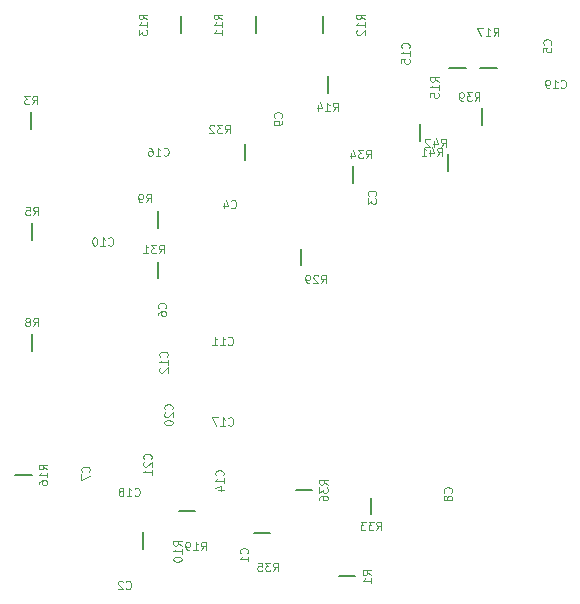
<source format=gbr>
%TF.GenerationSoftware,KiCad,Pcbnew,8.0.0*%
%TF.CreationDate,2024-06-23T16:28:17+02:00*%
%TF.ProjectId,TSAL,5453414c-2e6b-4696-9361-645f70636258,V2.0*%
%TF.SameCoordinates,Original*%
%TF.FileFunction,Legend,Bot*%
%TF.FilePolarity,Positive*%
%FSLAX46Y46*%
G04 Gerber Fmt 4.6, Leading zero omitted, Abs format (unit mm)*
G04 Created by KiCad (PCBNEW 8.0.0) date 2024-06-23 16:28:17*
%MOMM*%
%LPD*%
G01*
G04 APERTURE LIST*
%ADD10C,0.087500*%
%ADD11C,0.200000*%
G04 APERTURE END LIST*
D10*
X151568377Y-35785548D02*
X151601710Y-35818882D01*
X151601710Y-35818882D02*
X151701710Y-35852215D01*
X151701710Y-35852215D02*
X151768377Y-35852215D01*
X151768377Y-35852215D02*
X151868377Y-35818882D01*
X151868377Y-35818882D02*
X151935044Y-35752215D01*
X151935044Y-35752215D02*
X151968377Y-35685548D01*
X151968377Y-35685548D02*
X152001710Y-35552215D01*
X152001710Y-35552215D02*
X152001710Y-35452215D01*
X152001710Y-35452215D02*
X151968377Y-35318882D01*
X151968377Y-35318882D02*
X151935044Y-35252215D01*
X151935044Y-35252215D02*
X151868377Y-35185548D01*
X151868377Y-35185548D02*
X151768377Y-35152215D01*
X151768377Y-35152215D02*
X151701710Y-35152215D01*
X151701710Y-35152215D02*
X151601710Y-35185548D01*
X151601710Y-35185548D02*
X151568377Y-35218882D01*
X150901710Y-35852215D02*
X151301710Y-35852215D01*
X151101710Y-35852215D02*
X151101710Y-35152215D01*
X151101710Y-35152215D02*
X151168377Y-35252215D01*
X151168377Y-35252215D02*
X151235044Y-35318882D01*
X151235044Y-35318882D02*
X151301710Y-35352215D01*
X150568377Y-35852215D02*
X150435043Y-35852215D01*
X150435043Y-35852215D02*
X150368377Y-35818882D01*
X150368377Y-35818882D02*
X150335043Y-35785548D01*
X150335043Y-35785548D02*
X150268377Y-35685548D01*
X150268377Y-35685548D02*
X150235043Y-35552215D01*
X150235043Y-35552215D02*
X150235043Y-35285548D01*
X150235043Y-35285548D02*
X150268377Y-35218882D01*
X150268377Y-35218882D02*
X150301710Y-35185548D01*
X150301710Y-35185548D02*
X150368377Y-35152215D01*
X150368377Y-35152215D02*
X150501710Y-35152215D01*
X150501710Y-35152215D02*
X150568377Y-35185548D01*
X150568377Y-35185548D02*
X150601710Y-35218882D01*
X150601710Y-35218882D02*
X150635043Y-35285548D01*
X150635043Y-35285548D02*
X150635043Y-35452215D01*
X150635043Y-35452215D02*
X150601710Y-35518882D01*
X150601710Y-35518882D02*
X150568377Y-35552215D01*
X150568377Y-35552215D02*
X150501710Y-35585548D01*
X150501710Y-35585548D02*
X150368377Y-35585548D01*
X150368377Y-35585548D02*
X150301710Y-35552215D01*
X150301710Y-35552215D02*
X150268377Y-35518882D01*
X150268377Y-35518882D02*
X150235043Y-35452215D01*
X116839655Y-67252381D02*
X116872989Y-67219048D01*
X116872989Y-67219048D02*
X116906322Y-67119048D01*
X116906322Y-67119048D02*
X116906322Y-67052381D01*
X116906322Y-67052381D02*
X116872989Y-66952381D01*
X116872989Y-66952381D02*
X116806322Y-66885715D01*
X116806322Y-66885715D02*
X116739655Y-66852381D01*
X116739655Y-66852381D02*
X116606322Y-66819048D01*
X116606322Y-66819048D02*
X116506322Y-66819048D01*
X116506322Y-66819048D02*
X116372989Y-66852381D01*
X116372989Y-66852381D02*
X116306322Y-66885715D01*
X116306322Y-66885715D02*
X116239655Y-66952381D01*
X116239655Y-66952381D02*
X116206322Y-67052381D01*
X116206322Y-67052381D02*
X116206322Y-67119048D01*
X116206322Y-67119048D02*
X116239655Y-67219048D01*
X116239655Y-67219048D02*
X116272989Y-67252381D01*
X116272989Y-67519048D02*
X116239655Y-67552381D01*
X116239655Y-67552381D02*
X116206322Y-67619048D01*
X116206322Y-67619048D02*
X116206322Y-67785715D01*
X116206322Y-67785715D02*
X116239655Y-67852381D01*
X116239655Y-67852381D02*
X116272989Y-67885715D01*
X116272989Y-67885715D02*
X116339655Y-67919048D01*
X116339655Y-67919048D02*
X116406322Y-67919048D01*
X116406322Y-67919048D02*
X116506322Y-67885715D01*
X116506322Y-67885715D02*
X116906322Y-67485715D01*
X116906322Y-67485715D02*
X116906322Y-67919048D01*
X116906322Y-68585715D02*
X116906322Y-68185715D01*
X116906322Y-68385715D02*
X116206322Y-68385715D01*
X116206322Y-68385715D02*
X116306322Y-68319048D01*
X116306322Y-68319048D02*
X116372989Y-68252382D01*
X116372989Y-68252382D02*
X116406322Y-68185715D01*
X145865000Y-31434283D02*
X146098333Y-31100950D01*
X146265000Y-31434283D02*
X146265000Y-30734283D01*
X146265000Y-30734283D02*
X145998333Y-30734283D01*
X145998333Y-30734283D02*
X145931667Y-30767616D01*
X145931667Y-30767616D02*
X145898333Y-30800950D01*
X145898333Y-30800950D02*
X145865000Y-30867616D01*
X145865000Y-30867616D02*
X145865000Y-30967616D01*
X145865000Y-30967616D02*
X145898333Y-31034283D01*
X145898333Y-31034283D02*
X145931667Y-31067616D01*
X145931667Y-31067616D02*
X145998333Y-31100950D01*
X145998333Y-31100950D02*
X146265000Y-31100950D01*
X145198333Y-31434283D02*
X145598333Y-31434283D01*
X145398333Y-31434283D02*
X145398333Y-30734283D01*
X145398333Y-30734283D02*
X145465000Y-30834283D01*
X145465000Y-30834283D02*
X145531667Y-30900950D01*
X145531667Y-30900950D02*
X145598333Y-30934283D01*
X144965000Y-30734283D02*
X144498333Y-30734283D01*
X144498333Y-30734283D02*
X144798333Y-31434283D01*
X123397623Y-64363884D02*
X123430956Y-64397218D01*
X123430956Y-64397218D02*
X123530956Y-64430551D01*
X123530956Y-64430551D02*
X123597623Y-64430551D01*
X123597623Y-64430551D02*
X123697623Y-64397218D01*
X123697623Y-64397218D02*
X123764290Y-64330551D01*
X123764290Y-64330551D02*
X123797623Y-64263884D01*
X123797623Y-64263884D02*
X123830956Y-64130551D01*
X123830956Y-64130551D02*
X123830956Y-64030551D01*
X123830956Y-64030551D02*
X123797623Y-63897218D01*
X123797623Y-63897218D02*
X123764290Y-63830551D01*
X123764290Y-63830551D02*
X123697623Y-63763884D01*
X123697623Y-63763884D02*
X123597623Y-63730551D01*
X123597623Y-63730551D02*
X123530956Y-63730551D01*
X123530956Y-63730551D02*
X123430956Y-63763884D01*
X123430956Y-63763884D02*
X123397623Y-63797218D01*
X122730956Y-64430551D02*
X123130956Y-64430551D01*
X122930956Y-64430551D02*
X122930956Y-63730551D01*
X122930956Y-63730551D02*
X122997623Y-63830551D01*
X122997623Y-63830551D02*
X123064290Y-63897218D01*
X123064290Y-63897218D02*
X123130956Y-63930551D01*
X122497623Y-63730551D02*
X122030956Y-63730551D01*
X122030956Y-63730551D02*
X122330956Y-64430551D01*
X119445283Y-74606999D02*
X119111950Y-74373666D01*
X119445283Y-74206999D02*
X118745283Y-74206999D01*
X118745283Y-74206999D02*
X118745283Y-74473666D01*
X118745283Y-74473666D02*
X118778616Y-74540333D01*
X118778616Y-74540333D02*
X118811950Y-74573666D01*
X118811950Y-74573666D02*
X118878616Y-74606999D01*
X118878616Y-74606999D02*
X118978616Y-74606999D01*
X118978616Y-74606999D02*
X119045283Y-74573666D01*
X119045283Y-74573666D02*
X119078616Y-74540333D01*
X119078616Y-74540333D02*
X119111950Y-74473666D01*
X119111950Y-74473666D02*
X119111950Y-74206999D01*
X119445283Y-75273666D02*
X119445283Y-74873666D01*
X119445283Y-75073666D02*
X118745283Y-75073666D01*
X118745283Y-75073666D02*
X118845283Y-75006999D01*
X118845283Y-75006999D02*
X118911950Y-74940333D01*
X118911950Y-74940333D02*
X118945283Y-74873666D01*
X118745283Y-75707000D02*
X118745283Y-75773666D01*
X118745283Y-75773666D02*
X118778616Y-75840333D01*
X118778616Y-75840333D02*
X118811950Y-75873666D01*
X118811950Y-75873666D02*
X118878616Y-75907000D01*
X118878616Y-75907000D02*
X119011950Y-75940333D01*
X119011950Y-75940333D02*
X119178616Y-75940333D01*
X119178616Y-75940333D02*
X119311950Y-75907000D01*
X119311950Y-75907000D02*
X119378616Y-75873666D01*
X119378616Y-75873666D02*
X119411950Y-75840333D01*
X119411950Y-75840333D02*
X119445283Y-75773666D01*
X119445283Y-75773666D02*
X119445283Y-75707000D01*
X119445283Y-75707000D02*
X119411950Y-75640333D01*
X119411950Y-75640333D02*
X119378616Y-75607000D01*
X119378616Y-75607000D02*
X119311950Y-75573666D01*
X119311950Y-75573666D02*
X119178616Y-75540333D01*
X119178616Y-75540333D02*
X119011950Y-75540333D01*
X119011950Y-75540333D02*
X118878616Y-75573666D01*
X118878616Y-75573666D02*
X118811950Y-75607000D01*
X118811950Y-75607000D02*
X118778616Y-75640333D01*
X118778616Y-75640333D02*
X118745283Y-75707000D01*
X141115800Y-41594283D02*
X141349133Y-41260950D01*
X141515800Y-41594283D02*
X141515800Y-40894283D01*
X141515800Y-40894283D02*
X141249133Y-40894283D01*
X141249133Y-40894283D02*
X141182467Y-40927616D01*
X141182467Y-40927616D02*
X141149133Y-40960950D01*
X141149133Y-40960950D02*
X141115800Y-41027616D01*
X141115800Y-41027616D02*
X141115800Y-41127616D01*
X141115800Y-41127616D02*
X141149133Y-41194283D01*
X141149133Y-41194283D02*
X141182467Y-41227616D01*
X141182467Y-41227616D02*
X141249133Y-41260950D01*
X141249133Y-41260950D02*
X141515800Y-41260950D01*
X140515800Y-41127616D02*
X140515800Y-41594283D01*
X140682467Y-40860950D02*
X140849133Y-41360950D01*
X140849133Y-41360950D02*
X140415800Y-41360950D01*
X139782466Y-41594283D02*
X140182466Y-41594283D01*
X139982466Y-41594283D02*
X139982466Y-40894283D01*
X139982466Y-40894283D02*
X140049133Y-40994283D01*
X140049133Y-40994283D02*
X140115800Y-41060950D01*
X140115800Y-41060950D02*
X140182466Y-41094283D01*
X141394000Y-40832283D02*
X141627333Y-40498950D01*
X141794000Y-40832283D02*
X141794000Y-40132283D01*
X141794000Y-40132283D02*
X141527333Y-40132283D01*
X141527333Y-40132283D02*
X141460667Y-40165616D01*
X141460667Y-40165616D02*
X141427333Y-40198950D01*
X141427333Y-40198950D02*
X141394000Y-40265616D01*
X141394000Y-40265616D02*
X141394000Y-40365616D01*
X141394000Y-40365616D02*
X141427333Y-40432283D01*
X141427333Y-40432283D02*
X141460667Y-40465616D01*
X141460667Y-40465616D02*
X141527333Y-40498950D01*
X141527333Y-40498950D02*
X141794000Y-40498950D01*
X140794000Y-40365616D02*
X140794000Y-40832283D01*
X140960667Y-40098950D02*
X141127333Y-40598950D01*
X141127333Y-40598950D02*
X140694000Y-40598950D01*
X140460666Y-40198950D02*
X140427333Y-40165616D01*
X140427333Y-40165616D02*
X140360666Y-40132283D01*
X140360666Y-40132283D02*
X140194000Y-40132283D01*
X140194000Y-40132283D02*
X140127333Y-40165616D01*
X140127333Y-40165616D02*
X140094000Y-40198950D01*
X140094000Y-40198950D02*
X140060666Y-40265616D01*
X140060666Y-40265616D02*
X140060666Y-40332283D01*
X140060666Y-40332283D02*
X140094000Y-40432283D01*
X140094000Y-40432283D02*
X140494000Y-40832283D01*
X140494000Y-40832283D02*
X140060666Y-40832283D01*
X127196000Y-76747883D02*
X127429333Y-76414550D01*
X127596000Y-76747883D02*
X127596000Y-76047883D01*
X127596000Y-76047883D02*
X127329333Y-76047883D01*
X127329333Y-76047883D02*
X127262667Y-76081216D01*
X127262667Y-76081216D02*
X127229333Y-76114550D01*
X127229333Y-76114550D02*
X127196000Y-76181216D01*
X127196000Y-76181216D02*
X127196000Y-76281216D01*
X127196000Y-76281216D02*
X127229333Y-76347883D01*
X127229333Y-76347883D02*
X127262667Y-76381216D01*
X127262667Y-76381216D02*
X127329333Y-76414550D01*
X127329333Y-76414550D02*
X127596000Y-76414550D01*
X126962667Y-76047883D02*
X126529333Y-76047883D01*
X126529333Y-76047883D02*
X126762667Y-76314550D01*
X126762667Y-76314550D02*
X126662667Y-76314550D01*
X126662667Y-76314550D02*
X126596000Y-76347883D01*
X126596000Y-76347883D02*
X126562667Y-76381216D01*
X126562667Y-76381216D02*
X126529333Y-76447883D01*
X126529333Y-76447883D02*
X126529333Y-76614550D01*
X126529333Y-76614550D02*
X126562667Y-76681216D01*
X126562667Y-76681216D02*
X126596000Y-76714550D01*
X126596000Y-76714550D02*
X126662667Y-76747883D01*
X126662667Y-76747883D02*
X126862667Y-76747883D01*
X126862667Y-76747883D02*
X126929333Y-76714550D01*
X126929333Y-76714550D02*
X126962667Y-76681216D01*
X125896000Y-76047883D02*
X126229333Y-76047883D01*
X126229333Y-76047883D02*
X126262666Y-76381216D01*
X126262666Y-76381216D02*
X126229333Y-76347883D01*
X126229333Y-76347883D02*
X126162666Y-76314550D01*
X126162666Y-76314550D02*
X125996000Y-76314550D01*
X125996000Y-76314550D02*
X125929333Y-76347883D01*
X125929333Y-76347883D02*
X125896000Y-76381216D01*
X125896000Y-76381216D02*
X125862666Y-76447883D01*
X125862666Y-76447883D02*
X125862666Y-76614550D01*
X125862666Y-76614550D02*
X125896000Y-76681216D01*
X125896000Y-76681216D02*
X125929333Y-76714550D01*
X125929333Y-76714550D02*
X125996000Y-76747883D01*
X125996000Y-76747883D02*
X126162666Y-76747883D01*
X126162666Y-76747883D02*
X126229333Y-76714550D01*
X126229333Y-76714550D02*
X126262666Y-76681216D01*
X125015852Y-75253995D02*
X125049186Y-75220662D01*
X125049186Y-75220662D02*
X125082519Y-75120662D01*
X125082519Y-75120662D02*
X125082519Y-75053995D01*
X125082519Y-75053995D02*
X125049186Y-74953995D01*
X125049186Y-74953995D02*
X124982519Y-74887329D01*
X124982519Y-74887329D02*
X124915852Y-74853995D01*
X124915852Y-74853995D02*
X124782519Y-74820662D01*
X124782519Y-74820662D02*
X124682519Y-74820662D01*
X124682519Y-74820662D02*
X124549186Y-74853995D01*
X124549186Y-74853995D02*
X124482519Y-74887329D01*
X124482519Y-74887329D02*
X124415852Y-74953995D01*
X124415852Y-74953995D02*
X124382519Y-75053995D01*
X124382519Y-75053995D02*
X124382519Y-75120662D01*
X124382519Y-75120662D02*
X124415852Y-75220662D01*
X124415852Y-75220662D02*
X124449186Y-75253995D01*
X125082519Y-75920662D02*
X125082519Y-75520662D01*
X125082519Y-75720662D02*
X124382519Y-75720662D01*
X124382519Y-75720662D02*
X124482519Y-75653995D01*
X124482519Y-75653995D02*
X124549186Y-75587329D01*
X124549186Y-75587329D02*
X124582519Y-75520662D01*
X123382528Y-57531958D02*
X123415861Y-57565292D01*
X123415861Y-57565292D02*
X123515861Y-57598625D01*
X123515861Y-57598625D02*
X123582528Y-57598625D01*
X123582528Y-57598625D02*
X123682528Y-57565292D01*
X123682528Y-57565292D02*
X123749195Y-57498625D01*
X123749195Y-57498625D02*
X123782528Y-57431958D01*
X123782528Y-57431958D02*
X123815861Y-57298625D01*
X123815861Y-57298625D02*
X123815861Y-57198625D01*
X123815861Y-57198625D02*
X123782528Y-57065292D01*
X123782528Y-57065292D02*
X123749195Y-56998625D01*
X123749195Y-56998625D02*
X123682528Y-56931958D01*
X123682528Y-56931958D02*
X123582528Y-56898625D01*
X123582528Y-56898625D02*
X123515861Y-56898625D01*
X123515861Y-56898625D02*
X123415861Y-56931958D01*
X123415861Y-56931958D02*
X123382528Y-56965292D01*
X122715861Y-57598625D02*
X123115861Y-57598625D01*
X122915861Y-57598625D02*
X122915861Y-56898625D01*
X122915861Y-56898625D02*
X122982528Y-56998625D01*
X122982528Y-56998625D02*
X123049195Y-57065292D01*
X123049195Y-57065292D02*
X123115861Y-57098625D01*
X122049194Y-57598625D02*
X122449194Y-57598625D01*
X122249194Y-57598625D02*
X122249194Y-56898625D01*
X122249194Y-56898625D02*
X122315861Y-56998625D01*
X122315861Y-56998625D02*
X122382528Y-57065292D01*
X122382528Y-57065292D02*
X122449194Y-57098625D01*
X106883567Y-46607312D02*
X107116900Y-46273979D01*
X107283567Y-46607312D02*
X107283567Y-45907312D01*
X107283567Y-45907312D02*
X107016900Y-45907312D01*
X107016900Y-45907312D02*
X106950234Y-45940645D01*
X106950234Y-45940645D02*
X106916900Y-45973979D01*
X106916900Y-45973979D02*
X106883567Y-46040645D01*
X106883567Y-46040645D02*
X106883567Y-46140645D01*
X106883567Y-46140645D02*
X106916900Y-46207312D01*
X106916900Y-46207312D02*
X106950234Y-46240645D01*
X106950234Y-46240645D02*
X107016900Y-46273979D01*
X107016900Y-46273979D02*
X107283567Y-46273979D01*
X106250234Y-45907312D02*
X106583567Y-45907312D01*
X106583567Y-45907312D02*
X106616900Y-46240645D01*
X106616900Y-46240645D02*
X106583567Y-46207312D01*
X106583567Y-46207312D02*
X106516900Y-46173979D01*
X106516900Y-46173979D02*
X106350234Y-46173979D01*
X106350234Y-46173979D02*
X106283567Y-46207312D01*
X106283567Y-46207312D02*
X106250234Y-46240645D01*
X106250234Y-46240645D02*
X106216900Y-46307312D01*
X106216900Y-46307312D02*
X106216900Y-46473979D01*
X106216900Y-46473979D02*
X106250234Y-46540645D01*
X106250234Y-46540645D02*
X106283567Y-46573979D01*
X106283567Y-46573979D02*
X106350234Y-46607312D01*
X106350234Y-46607312D02*
X106516900Y-46607312D01*
X106516900Y-46607312D02*
X106583567Y-46573979D01*
X106583567Y-46573979D02*
X106616900Y-46540645D01*
X111607884Y-68329360D02*
X111641218Y-68296027D01*
X111641218Y-68296027D02*
X111674551Y-68196027D01*
X111674551Y-68196027D02*
X111674551Y-68129360D01*
X111674551Y-68129360D02*
X111641218Y-68029360D01*
X111641218Y-68029360D02*
X111574551Y-67962694D01*
X111574551Y-67962694D02*
X111507884Y-67929360D01*
X111507884Y-67929360D02*
X111374551Y-67896027D01*
X111374551Y-67896027D02*
X111274551Y-67896027D01*
X111274551Y-67896027D02*
X111141218Y-67929360D01*
X111141218Y-67929360D02*
X111074551Y-67962694D01*
X111074551Y-67962694D02*
X111007884Y-68029360D01*
X111007884Y-68029360D02*
X110974551Y-68129360D01*
X110974551Y-68129360D02*
X110974551Y-68196027D01*
X110974551Y-68196027D02*
X111007884Y-68296027D01*
X111007884Y-68296027D02*
X111041218Y-68329360D01*
X110974551Y-68562694D02*
X110974551Y-69029360D01*
X110974551Y-69029360D02*
X111674551Y-68729360D01*
X135070000Y-41797312D02*
X135303333Y-41463979D01*
X135470000Y-41797312D02*
X135470000Y-41097312D01*
X135470000Y-41097312D02*
X135203333Y-41097312D01*
X135203333Y-41097312D02*
X135136667Y-41130645D01*
X135136667Y-41130645D02*
X135103333Y-41163979D01*
X135103333Y-41163979D02*
X135070000Y-41230645D01*
X135070000Y-41230645D02*
X135070000Y-41330645D01*
X135070000Y-41330645D02*
X135103333Y-41397312D01*
X135103333Y-41397312D02*
X135136667Y-41430645D01*
X135136667Y-41430645D02*
X135203333Y-41463979D01*
X135203333Y-41463979D02*
X135470000Y-41463979D01*
X134836667Y-41097312D02*
X134403333Y-41097312D01*
X134403333Y-41097312D02*
X134636667Y-41363979D01*
X134636667Y-41363979D02*
X134536667Y-41363979D01*
X134536667Y-41363979D02*
X134470000Y-41397312D01*
X134470000Y-41397312D02*
X134436667Y-41430645D01*
X134436667Y-41430645D02*
X134403333Y-41497312D01*
X134403333Y-41497312D02*
X134403333Y-41663979D01*
X134403333Y-41663979D02*
X134436667Y-41730645D01*
X134436667Y-41730645D02*
X134470000Y-41763979D01*
X134470000Y-41763979D02*
X134536667Y-41797312D01*
X134536667Y-41797312D02*
X134736667Y-41797312D01*
X134736667Y-41797312D02*
X134803333Y-41763979D01*
X134803333Y-41763979D02*
X134836667Y-41730645D01*
X133803333Y-41330645D02*
X133803333Y-41797312D01*
X133970000Y-41063979D02*
X134136666Y-41563979D01*
X134136666Y-41563979D02*
X133703333Y-41563979D01*
X122934616Y-68637999D02*
X122967950Y-68604666D01*
X122967950Y-68604666D02*
X123001283Y-68504666D01*
X123001283Y-68504666D02*
X123001283Y-68437999D01*
X123001283Y-68437999D02*
X122967950Y-68337999D01*
X122967950Y-68337999D02*
X122901283Y-68271333D01*
X122901283Y-68271333D02*
X122834616Y-68237999D01*
X122834616Y-68237999D02*
X122701283Y-68204666D01*
X122701283Y-68204666D02*
X122601283Y-68204666D01*
X122601283Y-68204666D02*
X122467950Y-68237999D01*
X122467950Y-68237999D02*
X122401283Y-68271333D01*
X122401283Y-68271333D02*
X122334616Y-68337999D01*
X122334616Y-68337999D02*
X122301283Y-68437999D01*
X122301283Y-68437999D02*
X122301283Y-68504666D01*
X122301283Y-68504666D02*
X122334616Y-68604666D01*
X122334616Y-68604666D02*
X122367950Y-68637999D01*
X123001283Y-69304666D02*
X123001283Y-68904666D01*
X123001283Y-69104666D02*
X122301283Y-69104666D01*
X122301283Y-69104666D02*
X122401283Y-69037999D01*
X122401283Y-69037999D02*
X122467950Y-68971333D01*
X122467950Y-68971333D02*
X122501283Y-68904666D01*
X122534616Y-69904666D02*
X123001283Y-69904666D01*
X122267950Y-69738000D02*
X122767950Y-69571333D01*
X122767950Y-69571333D02*
X122767950Y-70004666D01*
X150698484Y-32165732D02*
X150731818Y-32132399D01*
X150731818Y-32132399D02*
X150765151Y-32032399D01*
X150765151Y-32032399D02*
X150765151Y-31965732D01*
X150765151Y-31965732D02*
X150731818Y-31865732D01*
X150731818Y-31865732D02*
X150665151Y-31799066D01*
X150665151Y-31799066D02*
X150598484Y-31765732D01*
X150598484Y-31765732D02*
X150465151Y-31732399D01*
X150465151Y-31732399D02*
X150365151Y-31732399D01*
X150365151Y-31732399D02*
X150231818Y-31765732D01*
X150231818Y-31765732D02*
X150165151Y-31799066D01*
X150165151Y-31799066D02*
X150098484Y-31865732D01*
X150098484Y-31865732D02*
X150065151Y-31965732D01*
X150065151Y-31965732D02*
X150065151Y-32032399D01*
X150065151Y-32032399D02*
X150098484Y-32132399D01*
X150098484Y-32132399D02*
X150131818Y-32165732D01*
X150065151Y-32799066D02*
X150065151Y-32465732D01*
X150065151Y-32465732D02*
X150398484Y-32432399D01*
X150398484Y-32432399D02*
X150365151Y-32465732D01*
X150365151Y-32465732D02*
X150331818Y-32532399D01*
X150331818Y-32532399D02*
X150331818Y-32699066D01*
X150331818Y-32699066D02*
X150365151Y-32765732D01*
X150365151Y-32765732D02*
X150398484Y-32799066D01*
X150398484Y-32799066D02*
X150465151Y-32832399D01*
X150465151Y-32832399D02*
X150631818Y-32832399D01*
X150631818Y-32832399D02*
X150698484Y-32799066D01*
X150698484Y-32799066D02*
X150731818Y-32765732D01*
X150731818Y-32765732D02*
X150765151Y-32699066D01*
X150765151Y-32699066D02*
X150765151Y-32532399D01*
X150765151Y-32532399D02*
X150731818Y-32465732D01*
X150731818Y-32465732D02*
X150698484Y-32432399D01*
X123132000Y-39689283D02*
X123365333Y-39355950D01*
X123532000Y-39689283D02*
X123532000Y-38989283D01*
X123532000Y-38989283D02*
X123265333Y-38989283D01*
X123265333Y-38989283D02*
X123198667Y-39022616D01*
X123198667Y-39022616D02*
X123165333Y-39055950D01*
X123165333Y-39055950D02*
X123132000Y-39122616D01*
X123132000Y-39122616D02*
X123132000Y-39222616D01*
X123132000Y-39222616D02*
X123165333Y-39289283D01*
X123165333Y-39289283D02*
X123198667Y-39322616D01*
X123198667Y-39322616D02*
X123265333Y-39355950D01*
X123265333Y-39355950D02*
X123532000Y-39355950D01*
X122898667Y-38989283D02*
X122465333Y-38989283D01*
X122465333Y-38989283D02*
X122698667Y-39255950D01*
X122698667Y-39255950D02*
X122598667Y-39255950D01*
X122598667Y-39255950D02*
X122532000Y-39289283D01*
X122532000Y-39289283D02*
X122498667Y-39322616D01*
X122498667Y-39322616D02*
X122465333Y-39389283D01*
X122465333Y-39389283D02*
X122465333Y-39555950D01*
X122465333Y-39555950D02*
X122498667Y-39622616D01*
X122498667Y-39622616D02*
X122532000Y-39655950D01*
X122532000Y-39655950D02*
X122598667Y-39689283D01*
X122598667Y-39689283D02*
X122798667Y-39689283D01*
X122798667Y-39689283D02*
X122865333Y-39655950D01*
X122865333Y-39655950D02*
X122898667Y-39622616D01*
X122198666Y-39055950D02*
X122165333Y-39022616D01*
X122165333Y-39022616D02*
X122098666Y-38989283D01*
X122098666Y-38989283D02*
X121932000Y-38989283D01*
X121932000Y-38989283D02*
X121865333Y-39022616D01*
X121865333Y-39022616D02*
X121832000Y-39055950D01*
X121832000Y-39055950D02*
X121798666Y-39122616D01*
X121798666Y-39122616D02*
X121798666Y-39189283D01*
X121798666Y-39189283D02*
X121832000Y-39289283D01*
X121832000Y-39289283D02*
X122232000Y-39689283D01*
X122232000Y-39689283D02*
X121798666Y-39689283D01*
X135947099Y-73268254D02*
X136180432Y-72934921D01*
X136347099Y-73268254D02*
X136347099Y-72568254D01*
X136347099Y-72568254D02*
X136080432Y-72568254D01*
X136080432Y-72568254D02*
X136013766Y-72601587D01*
X136013766Y-72601587D02*
X135980432Y-72634921D01*
X135980432Y-72634921D02*
X135947099Y-72701587D01*
X135947099Y-72701587D02*
X135947099Y-72801587D01*
X135947099Y-72801587D02*
X135980432Y-72868254D01*
X135980432Y-72868254D02*
X136013766Y-72901587D01*
X136013766Y-72901587D02*
X136080432Y-72934921D01*
X136080432Y-72934921D02*
X136347099Y-72934921D01*
X135713766Y-72568254D02*
X135280432Y-72568254D01*
X135280432Y-72568254D02*
X135513766Y-72834921D01*
X135513766Y-72834921D02*
X135413766Y-72834921D01*
X135413766Y-72834921D02*
X135347099Y-72868254D01*
X135347099Y-72868254D02*
X135313766Y-72901587D01*
X135313766Y-72901587D02*
X135280432Y-72968254D01*
X135280432Y-72968254D02*
X135280432Y-73134921D01*
X135280432Y-73134921D02*
X135313766Y-73201587D01*
X135313766Y-73201587D02*
X135347099Y-73234921D01*
X135347099Y-73234921D02*
X135413766Y-73268254D01*
X135413766Y-73268254D02*
X135613766Y-73268254D01*
X135613766Y-73268254D02*
X135680432Y-73234921D01*
X135680432Y-73234921D02*
X135713766Y-73201587D01*
X135047099Y-72568254D02*
X134613765Y-72568254D01*
X134613765Y-72568254D02*
X134847099Y-72834921D01*
X134847099Y-72834921D02*
X134747099Y-72834921D01*
X134747099Y-72834921D02*
X134680432Y-72868254D01*
X134680432Y-72868254D02*
X134647099Y-72901587D01*
X134647099Y-72901587D02*
X134613765Y-72968254D01*
X134613765Y-72968254D02*
X134613765Y-73134921D01*
X134613765Y-73134921D02*
X134647099Y-73201587D01*
X134647099Y-73201587D02*
X134680432Y-73234921D01*
X134680432Y-73234921D02*
X134747099Y-73268254D01*
X134747099Y-73268254D02*
X134947099Y-73268254D01*
X134947099Y-73268254D02*
X135013765Y-73234921D01*
X135013765Y-73234921D02*
X135047099Y-73201587D01*
X115463305Y-70331500D02*
X115496638Y-70364834D01*
X115496638Y-70364834D02*
X115596638Y-70398167D01*
X115596638Y-70398167D02*
X115663305Y-70398167D01*
X115663305Y-70398167D02*
X115763305Y-70364834D01*
X115763305Y-70364834D02*
X115829972Y-70298167D01*
X115829972Y-70298167D02*
X115863305Y-70231500D01*
X115863305Y-70231500D02*
X115896638Y-70098167D01*
X115896638Y-70098167D02*
X115896638Y-69998167D01*
X115896638Y-69998167D02*
X115863305Y-69864834D01*
X115863305Y-69864834D02*
X115829972Y-69798167D01*
X115829972Y-69798167D02*
X115763305Y-69731500D01*
X115763305Y-69731500D02*
X115663305Y-69698167D01*
X115663305Y-69698167D02*
X115596638Y-69698167D01*
X115596638Y-69698167D02*
X115496638Y-69731500D01*
X115496638Y-69731500D02*
X115463305Y-69764834D01*
X114796638Y-70398167D02*
X115196638Y-70398167D01*
X114996638Y-70398167D02*
X114996638Y-69698167D01*
X114996638Y-69698167D02*
X115063305Y-69798167D01*
X115063305Y-69798167D02*
X115129972Y-69864834D01*
X115129972Y-69864834D02*
X115196638Y-69898167D01*
X114396638Y-69998167D02*
X114463305Y-69964834D01*
X114463305Y-69964834D02*
X114496638Y-69931500D01*
X114496638Y-69931500D02*
X114529971Y-69864834D01*
X114529971Y-69864834D02*
X114529971Y-69831500D01*
X114529971Y-69831500D02*
X114496638Y-69764834D01*
X114496638Y-69764834D02*
X114463305Y-69731500D01*
X114463305Y-69731500D02*
X114396638Y-69698167D01*
X114396638Y-69698167D02*
X114263305Y-69698167D01*
X114263305Y-69698167D02*
X114196638Y-69731500D01*
X114196638Y-69731500D02*
X114163305Y-69764834D01*
X114163305Y-69764834D02*
X114129971Y-69831500D01*
X114129971Y-69831500D02*
X114129971Y-69864834D01*
X114129971Y-69864834D02*
X114163305Y-69931500D01*
X114163305Y-69931500D02*
X114196638Y-69964834D01*
X114196638Y-69964834D02*
X114263305Y-69998167D01*
X114263305Y-69998167D02*
X114396638Y-69998167D01*
X114396638Y-69998167D02*
X114463305Y-70031500D01*
X114463305Y-70031500D02*
X114496638Y-70064834D01*
X114496638Y-70064834D02*
X114529971Y-70131500D01*
X114529971Y-70131500D02*
X114529971Y-70264834D01*
X114529971Y-70264834D02*
X114496638Y-70331500D01*
X114496638Y-70331500D02*
X114463305Y-70364834D01*
X114463305Y-70364834D02*
X114396638Y-70398167D01*
X114396638Y-70398167D02*
X114263305Y-70398167D01*
X114263305Y-70398167D02*
X114196638Y-70364834D01*
X114196638Y-70364834D02*
X114163305Y-70331500D01*
X114163305Y-70331500D02*
X114129971Y-70264834D01*
X114129971Y-70264834D02*
X114129971Y-70131500D01*
X114129971Y-70131500D02*
X114163305Y-70064834D01*
X114163305Y-70064834D02*
X114196638Y-70031500D01*
X114196638Y-70031500D02*
X114263305Y-69998167D01*
X122874283Y-30029999D02*
X122540950Y-29796666D01*
X122874283Y-29629999D02*
X122174283Y-29629999D01*
X122174283Y-29629999D02*
X122174283Y-29896666D01*
X122174283Y-29896666D02*
X122207616Y-29963333D01*
X122207616Y-29963333D02*
X122240950Y-29996666D01*
X122240950Y-29996666D02*
X122307616Y-30029999D01*
X122307616Y-30029999D02*
X122407616Y-30029999D01*
X122407616Y-30029999D02*
X122474283Y-29996666D01*
X122474283Y-29996666D02*
X122507616Y-29963333D01*
X122507616Y-29963333D02*
X122540950Y-29896666D01*
X122540950Y-29896666D02*
X122540950Y-29629999D01*
X122874283Y-30696666D02*
X122874283Y-30296666D01*
X122874283Y-30496666D02*
X122174283Y-30496666D01*
X122174283Y-30496666D02*
X122274283Y-30429999D01*
X122274283Y-30429999D02*
X122340950Y-30363333D01*
X122340950Y-30363333D02*
X122374283Y-30296666D01*
X122874283Y-31363333D02*
X122874283Y-30963333D01*
X122874283Y-31163333D02*
X122174283Y-31163333D01*
X122174283Y-31163333D02*
X122274283Y-31096666D01*
X122274283Y-31096666D02*
X122340950Y-31030000D01*
X122340950Y-31030000D02*
X122374283Y-30963333D01*
X132264099Y-37784283D02*
X132497432Y-37450950D01*
X132664099Y-37784283D02*
X132664099Y-37084283D01*
X132664099Y-37084283D02*
X132397432Y-37084283D01*
X132397432Y-37084283D02*
X132330766Y-37117616D01*
X132330766Y-37117616D02*
X132297432Y-37150950D01*
X132297432Y-37150950D02*
X132264099Y-37217616D01*
X132264099Y-37217616D02*
X132264099Y-37317616D01*
X132264099Y-37317616D02*
X132297432Y-37384283D01*
X132297432Y-37384283D02*
X132330766Y-37417616D01*
X132330766Y-37417616D02*
X132397432Y-37450950D01*
X132397432Y-37450950D02*
X132664099Y-37450950D01*
X131597432Y-37784283D02*
X131997432Y-37784283D01*
X131797432Y-37784283D02*
X131797432Y-37084283D01*
X131797432Y-37084283D02*
X131864099Y-37184283D01*
X131864099Y-37184283D02*
X131930766Y-37250950D01*
X131930766Y-37250950D02*
X131997432Y-37284283D01*
X130997432Y-37317616D02*
X130997432Y-37784283D01*
X131164099Y-37050950D02*
X131330765Y-37550950D01*
X131330765Y-37550950D02*
X130897432Y-37550950D01*
X135855163Y-44968333D02*
X135888497Y-44935000D01*
X135888497Y-44935000D02*
X135921830Y-44835000D01*
X135921830Y-44835000D02*
X135921830Y-44768333D01*
X135921830Y-44768333D02*
X135888497Y-44668333D01*
X135888497Y-44668333D02*
X135821830Y-44601667D01*
X135821830Y-44601667D02*
X135755163Y-44568333D01*
X135755163Y-44568333D02*
X135621830Y-44535000D01*
X135621830Y-44535000D02*
X135521830Y-44535000D01*
X135521830Y-44535000D02*
X135388497Y-44568333D01*
X135388497Y-44568333D02*
X135321830Y-44601667D01*
X135321830Y-44601667D02*
X135255163Y-44668333D01*
X135255163Y-44668333D02*
X135221830Y-44768333D01*
X135221830Y-44768333D02*
X135221830Y-44835000D01*
X135221830Y-44835000D02*
X135255163Y-44935000D01*
X135255163Y-44935000D02*
X135288497Y-44968333D01*
X135221830Y-45201667D02*
X135221830Y-45635000D01*
X135221830Y-45635000D02*
X135488497Y-45401667D01*
X135488497Y-45401667D02*
X135488497Y-45501667D01*
X135488497Y-45501667D02*
X135521830Y-45568333D01*
X135521830Y-45568333D02*
X135555163Y-45601667D01*
X135555163Y-45601667D02*
X135621830Y-45635000D01*
X135621830Y-45635000D02*
X135788497Y-45635000D01*
X135788497Y-45635000D02*
X135855163Y-45601667D01*
X135855163Y-45601667D02*
X135888497Y-45568333D01*
X135888497Y-45568333D02*
X135921830Y-45501667D01*
X135921830Y-45501667D02*
X135921830Y-45301667D01*
X135921830Y-45301667D02*
X135888497Y-45235000D01*
X135888497Y-45235000D02*
X135855163Y-45201667D01*
X108066254Y-68141900D02*
X107732921Y-67908567D01*
X108066254Y-67741900D02*
X107366254Y-67741900D01*
X107366254Y-67741900D02*
X107366254Y-68008567D01*
X107366254Y-68008567D02*
X107399587Y-68075234D01*
X107399587Y-68075234D02*
X107432921Y-68108567D01*
X107432921Y-68108567D02*
X107499587Y-68141900D01*
X107499587Y-68141900D02*
X107599587Y-68141900D01*
X107599587Y-68141900D02*
X107666254Y-68108567D01*
X107666254Y-68108567D02*
X107699587Y-68075234D01*
X107699587Y-68075234D02*
X107732921Y-68008567D01*
X107732921Y-68008567D02*
X107732921Y-67741900D01*
X108066254Y-68808567D02*
X108066254Y-68408567D01*
X108066254Y-68608567D02*
X107366254Y-68608567D01*
X107366254Y-68608567D02*
X107466254Y-68541900D01*
X107466254Y-68541900D02*
X107532921Y-68475234D01*
X107532921Y-68475234D02*
X107566254Y-68408567D01*
X107366254Y-69408567D02*
X107366254Y-69275234D01*
X107366254Y-69275234D02*
X107399587Y-69208567D01*
X107399587Y-69208567D02*
X107432921Y-69175234D01*
X107432921Y-69175234D02*
X107532921Y-69108567D01*
X107532921Y-69108567D02*
X107666254Y-69075234D01*
X107666254Y-69075234D02*
X107932921Y-69075234D01*
X107932921Y-69075234D02*
X107999587Y-69108567D01*
X107999587Y-69108567D02*
X108032921Y-69141901D01*
X108032921Y-69141901D02*
X108066254Y-69208567D01*
X108066254Y-69208567D02*
X108066254Y-69341901D01*
X108066254Y-69341901D02*
X108032921Y-69408567D01*
X108032921Y-69408567D02*
X107999587Y-69441901D01*
X107999587Y-69441901D02*
X107932921Y-69475234D01*
X107932921Y-69475234D02*
X107766254Y-69475234D01*
X107766254Y-69475234D02*
X107699587Y-69441901D01*
X107699587Y-69441901D02*
X107666254Y-69408567D01*
X107666254Y-69408567D02*
X107632921Y-69341901D01*
X107632921Y-69341901D02*
X107632921Y-69208567D01*
X107632921Y-69208567D02*
X107666254Y-69141901D01*
X107666254Y-69141901D02*
X107699587Y-69108567D01*
X107699587Y-69108567D02*
X107766254Y-69075234D01*
X118616616Y-63049999D02*
X118649950Y-63016666D01*
X118649950Y-63016666D02*
X118683283Y-62916666D01*
X118683283Y-62916666D02*
X118683283Y-62849999D01*
X118683283Y-62849999D02*
X118649950Y-62749999D01*
X118649950Y-62749999D02*
X118583283Y-62683333D01*
X118583283Y-62683333D02*
X118516616Y-62649999D01*
X118516616Y-62649999D02*
X118383283Y-62616666D01*
X118383283Y-62616666D02*
X118283283Y-62616666D01*
X118283283Y-62616666D02*
X118149950Y-62649999D01*
X118149950Y-62649999D02*
X118083283Y-62683333D01*
X118083283Y-62683333D02*
X118016616Y-62749999D01*
X118016616Y-62749999D02*
X117983283Y-62849999D01*
X117983283Y-62849999D02*
X117983283Y-62916666D01*
X117983283Y-62916666D02*
X118016616Y-63016666D01*
X118016616Y-63016666D02*
X118049950Y-63049999D01*
X118049950Y-63316666D02*
X118016616Y-63349999D01*
X118016616Y-63349999D02*
X117983283Y-63416666D01*
X117983283Y-63416666D02*
X117983283Y-63583333D01*
X117983283Y-63583333D02*
X118016616Y-63649999D01*
X118016616Y-63649999D02*
X118049950Y-63683333D01*
X118049950Y-63683333D02*
X118116616Y-63716666D01*
X118116616Y-63716666D02*
X118183283Y-63716666D01*
X118183283Y-63716666D02*
X118283283Y-63683333D01*
X118283283Y-63683333D02*
X118683283Y-63283333D01*
X118683283Y-63283333D02*
X118683283Y-63716666D01*
X117983283Y-64150000D02*
X117983283Y-64216666D01*
X117983283Y-64216666D02*
X118016616Y-64283333D01*
X118016616Y-64283333D02*
X118049950Y-64316666D01*
X118049950Y-64316666D02*
X118116616Y-64350000D01*
X118116616Y-64350000D02*
X118249950Y-64383333D01*
X118249950Y-64383333D02*
X118416616Y-64383333D01*
X118416616Y-64383333D02*
X118549950Y-64350000D01*
X118549950Y-64350000D02*
X118616616Y-64316666D01*
X118616616Y-64316666D02*
X118649950Y-64283333D01*
X118649950Y-64283333D02*
X118683283Y-64216666D01*
X118683283Y-64216666D02*
X118683283Y-64150000D01*
X118683283Y-64150000D02*
X118649950Y-64083333D01*
X118649950Y-64083333D02*
X118616616Y-64050000D01*
X118616616Y-64050000D02*
X118549950Y-64016666D01*
X118549950Y-64016666D02*
X118416616Y-63983333D01*
X118416616Y-63983333D02*
X118249950Y-63983333D01*
X118249950Y-63983333D02*
X118116616Y-64016666D01*
X118116616Y-64016666D02*
X118049950Y-64050000D01*
X118049950Y-64050000D02*
X118016616Y-64083333D01*
X118016616Y-64083333D02*
X117983283Y-64150000D01*
X114740289Y-78206884D02*
X114773622Y-78240218D01*
X114773622Y-78240218D02*
X114873622Y-78273551D01*
X114873622Y-78273551D02*
X114940289Y-78273551D01*
X114940289Y-78273551D02*
X115040289Y-78240218D01*
X115040289Y-78240218D02*
X115106956Y-78173551D01*
X115106956Y-78173551D02*
X115140289Y-78106884D01*
X115140289Y-78106884D02*
X115173622Y-77973551D01*
X115173622Y-77973551D02*
X115173622Y-77873551D01*
X115173622Y-77873551D02*
X115140289Y-77740218D01*
X115140289Y-77740218D02*
X115106956Y-77673551D01*
X115106956Y-77673551D02*
X115040289Y-77606884D01*
X115040289Y-77606884D02*
X114940289Y-77573551D01*
X114940289Y-77573551D02*
X114873622Y-77573551D01*
X114873622Y-77573551D02*
X114773622Y-77606884D01*
X114773622Y-77606884D02*
X114740289Y-77640218D01*
X114473622Y-77640218D02*
X114440289Y-77606884D01*
X114440289Y-77606884D02*
X114373622Y-77573551D01*
X114373622Y-77573551D02*
X114206956Y-77573551D01*
X114206956Y-77573551D02*
X114140289Y-77606884D01*
X114140289Y-77606884D02*
X114106956Y-77640218D01*
X114106956Y-77640218D02*
X114073622Y-77706884D01*
X114073622Y-77706884D02*
X114073622Y-77773551D01*
X114073622Y-77773551D02*
X114106956Y-77873551D01*
X114106956Y-77873551D02*
X114506956Y-78273551D01*
X114506956Y-78273551D02*
X114073622Y-78273551D01*
X117925000Y-41527616D02*
X117958333Y-41560950D01*
X117958333Y-41560950D02*
X118058333Y-41594283D01*
X118058333Y-41594283D02*
X118125000Y-41594283D01*
X118125000Y-41594283D02*
X118225000Y-41560950D01*
X118225000Y-41560950D02*
X118291667Y-41494283D01*
X118291667Y-41494283D02*
X118325000Y-41427616D01*
X118325000Y-41427616D02*
X118358333Y-41294283D01*
X118358333Y-41294283D02*
X118358333Y-41194283D01*
X118358333Y-41194283D02*
X118325000Y-41060950D01*
X118325000Y-41060950D02*
X118291667Y-40994283D01*
X118291667Y-40994283D02*
X118225000Y-40927616D01*
X118225000Y-40927616D02*
X118125000Y-40894283D01*
X118125000Y-40894283D02*
X118058333Y-40894283D01*
X118058333Y-40894283D02*
X117958333Y-40927616D01*
X117958333Y-40927616D02*
X117925000Y-40960950D01*
X117258333Y-41594283D02*
X117658333Y-41594283D01*
X117458333Y-41594283D02*
X117458333Y-40894283D01*
X117458333Y-40894283D02*
X117525000Y-40994283D01*
X117525000Y-40994283D02*
X117591667Y-41060950D01*
X117591667Y-41060950D02*
X117658333Y-41094283D01*
X116658333Y-40894283D02*
X116791666Y-40894283D01*
X116791666Y-40894283D02*
X116858333Y-40927616D01*
X116858333Y-40927616D02*
X116891666Y-40960950D01*
X116891666Y-40960950D02*
X116958333Y-41060950D01*
X116958333Y-41060950D02*
X116991666Y-41194283D01*
X116991666Y-41194283D02*
X116991666Y-41460950D01*
X116991666Y-41460950D02*
X116958333Y-41527616D01*
X116958333Y-41527616D02*
X116925000Y-41560950D01*
X116925000Y-41560950D02*
X116858333Y-41594283D01*
X116858333Y-41594283D02*
X116725000Y-41594283D01*
X116725000Y-41594283D02*
X116658333Y-41560950D01*
X116658333Y-41560950D02*
X116625000Y-41527616D01*
X116625000Y-41527616D02*
X116591666Y-41460950D01*
X116591666Y-41460950D02*
X116591666Y-41294283D01*
X116591666Y-41294283D02*
X116625000Y-41227616D01*
X116625000Y-41227616D02*
X116658333Y-41194283D01*
X116658333Y-41194283D02*
X116725000Y-41160950D01*
X116725000Y-41160950D02*
X116858333Y-41160950D01*
X116858333Y-41160950D02*
X116925000Y-41194283D01*
X116925000Y-41194283D02*
X116958333Y-41227616D01*
X116958333Y-41227616D02*
X116991666Y-41294283D01*
X121100000Y-74995283D02*
X121333333Y-74661950D01*
X121500000Y-74995283D02*
X121500000Y-74295283D01*
X121500000Y-74295283D02*
X121233333Y-74295283D01*
X121233333Y-74295283D02*
X121166667Y-74328616D01*
X121166667Y-74328616D02*
X121133333Y-74361950D01*
X121133333Y-74361950D02*
X121100000Y-74428616D01*
X121100000Y-74428616D02*
X121100000Y-74528616D01*
X121100000Y-74528616D02*
X121133333Y-74595283D01*
X121133333Y-74595283D02*
X121166667Y-74628616D01*
X121166667Y-74628616D02*
X121233333Y-74661950D01*
X121233333Y-74661950D02*
X121500000Y-74661950D01*
X120433333Y-74995283D02*
X120833333Y-74995283D01*
X120633333Y-74995283D02*
X120633333Y-74295283D01*
X120633333Y-74295283D02*
X120700000Y-74395283D01*
X120700000Y-74395283D02*
X120766667Y-74461950D01*
X120766667Y-74461950D02*
X120833333Y-74495283D01*
X120100000Y-74995283D02*
X119966666Y-74995283D01*
X119966666Y-74995283D02*
X119900000Y-74961950D01*
X119900000Y-74961950D02*
X119866666Y-74928616D01*
X119866666Y-74928616D02*
X119800000Y-74828616D01*
X119800000Y-74828616D02*
X119766666Y-74695283D01*
X119766666Y-74695283D02*
X119766666Y-74428616D01*
X119766666Y-74428616D02*
X119800000Y-74361950D01*
X119800000Y-74361950D02*
X119833333Y-74328616D01*
X119833333Y-74328616D02*
X119900000Y-74295283D01*
X119900000Y-74295283D02*
X120033333Y-74295283D01*
X120033333Y-74295283D02*
X120100000Y-74328616D01*
X120100000Y-74328616D02*
X120133333Y-74361950D01*
X120133333Y-74361950D02*
X120166666Y-74428616D01*
X120166666Y-74428616D02*
X120166666Y-74595283D01*
X120166666Y-74595283D02*
X120133333Y-74661950D01*
X120133333Y-74661950D02*
X120100000Y-74695283D01*
X120100000Y-74695283D02*
X120033333Y-74728616D01*
X120033333Y-74728616D02*
X119900000Y-74728616D01*
X119900000Y-74728616D02*
X119833333Y-74695283D01*
X119833333Y-74695283D02*
X119800000Y-74661950D01*
X119800000Y-74661950D02*
X119766666Y-74595283D01*
X134939283Y-30029999D02*
X134605950Y-29796666D01*
X134939283Y-29629999D02*
X134239283Y-29629999D01*
X134239283Y-29629999D02*
X134239283Y-29896666D01*
X134239283Y-29896666D02*
X134272616Y-29963333D01*
X134272616Y-29963333D02*
X134305950Y-29996666D01*
X134305950Y-29996666D02*
X134372616Y-30029999D01*
X134372616Y-30029999D02*
X134472616Y-30029999D01*
X134472616Y-30029999D02*
X134539283Y-29996666D01*
X134539283Y-29996666D02*
X134572616Y-29963333D01*
X134572616Y-29963333D02*
X134605950Y-29896666D01*
X134605950Y-29896666D02*
X134605950Y-29629999D01*
X134939283Y-30696666D02*
X134939283Y-30296666D01*
X134939283Y-30496666D02*
X134239283Y-30496666D01*
X134239283Y-30496666D02*
X134339283Y-30429999D01*
X134339283Y-30429999D02*
X134405950Y-30363333D01*
X134405950Y-30363333D02*
X134439283Y-30296666D01*
X134305950Y-30963333D02*
X134272616Y-30996666D01*
X134272616Y-30996666D02*
X134239283Y-31063333D01*
X134239283Y-31063333D02*
X134239283Y-31230000D01*
X134239283Y-31230000D02*
X134272616Y-31296666D01*
X134272616Y-31296666D02*
X134305950Y-31330000D01*
X134305950Y-31330000D02*
X134372616Y-31363333D01*
X134372616Y-31363333D02*
X134439283Y-31363333D01*
X134439283Y-31363333D02*
X134539283Y-31330000D01*
X134539283Y-31330000D02*
X134939283Y-30930000D01*
X134939283Y-30930000D02*
X134939283Y-31363333D01*
X123642017Y-45971130D02*
X123675350Y-46004464D01*
X123675350Y-46004464D02*
X123775350Y-46037797D01*
X123775350Y-46037797D02*
X123842017Y-46037797D01*
X123842017Y-46037797D02*
X123942017Y-46004464D01*
X123942017Y-46004464D02*
X124008684Y-45937797D01*
X124008684Y-45937797D02*
X124042017Y-45871130D01*
X124042017Y-45871130D02*
X124075350Y-45737797D01*
X124075350Y-45737797D02*
X124075350Y-45637797D01*
X124075350Y-45637797D02*
X124042017Y-45504464D01*
X124042017Y-45504464D02*
X124008684Y-45437797D01*
X124008684Y-45437797D02*
X123942017Y-45371130D01*
X123942017Y-45371130D02*
X123842017Y-45337797D01*
X123842017Y-45337797D02*
X123775350Y-45337797D01*
X123775350Y-45337797D02*
X123675350Y-45371130D01*
X123675350Y-45371130D02*
X123642017Y-45404464D01*
X123042017Y-45571130D02*
X123042017Y-46037797D01*
X123208684Y-45304464D02*
X123375350Y-45804464D01*
X123375350Y-45804464D02*
X122942017Y-45804464D01*
X131260000Y-52389283D02*
X131493333Y-52055950D01*
X131660000Y-52389283D02*
X131660000Y-51689283D01*
X131660000Y-51689283D02*
X131393333Y-51689283D01*
X131393333Y-51689283D02*
X131326667Y-51722616D01*
X131326667Y-51722616D02*
X131293333Y-51755950D01*
X131293333Y-51755950D02*
X131260000Y-51822616D01*
X131260000Y-51822616D02*
X131260000Y-51922616D01*
X131260000Y-51922616D02*
X131293333Y-51989283D01*
X131293333Y-51989283D02*
X131326667Y-52022616D01*
X131326667Y-52022616D02*
X131393333Y-52055950D01*
X131393333Y-52055950D02*
X131660000Y-52055950D01*
X130993333Y-51755950D02*
X130960000Y-51722616D01*
X130960000Y-51722616D02*
X130893333Y-51689283D01*
X130893333Y-51689283D02*
X130726667Y-51689283D01*
X130726667Y-51689283D02*
X130660000Y-51722616D01*
X130660000Y-51722616D02*
X130626667Y-51755950D01*
X130626667Y-51755950D02*
X130593333Y-51822616D01*
X130593333Y-51822616D02*
X130593333Y-51889283D01*
X130593333Y-51889283D02*
X130626667Y-51989283D01*
X130626667Y-51989283D02*
X131026667Y-52389283D01*
X131026667Y-52389283D02*
X130593333Y-52389283D01*
X130260000Y-52389283D02*
X130126666Y-52389283D01*
X130126666Y-52389283D02*
X130060000Y-52355950D01*
X130060000Y-52355950D02*
X130026666Y-52322616D01*
X130026666Y-52322616D02*
X129960000Y-52222616D01*
X129960000Y-52222616D02*
X129926666Y-52089283D01*
X129926666Y-52089283D02*
X129926666Y-51822616D01*
X129926666Y-51822616D02*
X129960000Y-51755950D01*
X129960000Y-51755950D02*
X129993333Y-51722616D01*
X129993333Y-51722616D02*
X130060000Y-51689283D01*
X130060000Y-51689283D02*
X130193333Y-51689283D01*
X130193333Y-51689283D02*
X130260000Y-51722616D01*
X130260000Y-51722616D02*
X130293333Y-51755950D01*
X130293333Y-51755950D02*
X130326666Y-51822616D01*
X130326666Y-51822616D02*
X130326666Y-51989283D01*
X130326666Y-51989283D02*
X130293333Y-52055950D01*
X130293333Y-52055950D02*
X130260000Y-52089283D01*
X130260000Y-52089283D02*
X130193333Y-52122616D01*
X130193333Y-52122616D02*
X130060000Y-52122616D01*
X130060000Y-52122616D02*
X129993333Y-52089283D01*
X129993333Y-52089283D02*
X129960000Y-52055950D01*
X129960000Y-52055950D02*
X129926666Y-51989283D01*
X141213083Y-35324099D02*
X140879750Y-35090766D01*
X141213083Y-34924099D02*
X140513083Y-34924099D01*
X140513083Y-34924099D02*
X140513083Y-35190766D01*
X140513083Y-35190766D02*
X140546416Y-35257433D01*
X140546416Y-35257433D02*
X140579750Y-35290766D01*
X140579750Y-35290766D02*
X140646416Y-35324099D01*
X140646416Y-35324099D02*
X140746416Y-35324099D01*
X140746416Y-35324099D02*
X140813083Y-35290766D01*
X140813083Y-35290766D02*
X140846416Y-35257433D01*
X140846416Y-35257433D02*
X140879750Y-35190766D01*
X140879750Y-35190766D02*
X140879750Y-34924099D01*
X141213083Y-35990766D02*
X141213083Y-35590766D01*
X141213083Y-35790766D02*
X140513083Y-35790766D01*
X140513083Y-35790766D02*
X140613083Y-35724099D01*
X140613083Y-35724099D02*
X140679750Y-35657433D01*
X140679750Y-35657433D02*
X140713083Y-35590766D01*
X140513083Y-36624100D02*
X140513083Y-36290766D01*
X140513083Y-36290766D02*
X140846416Y-36257433D01*
X140846416Y-36257433D02*
X140813083Y-36290766D01*
X140813083Y-36290766D02*
X140779750Y-36357433D01*
X140779750Y-36357433D02*
X140779750Y-36524100D01*
X140779750Y-36524100D02*
X140813083Y-36590766D01*
X140813083Y-36590766D02*
X140846416Y-36624100D01*
X140846416Y-36624100D02*
X140913083Y-36657433D01*
X140913083Y-36657433D02*
X141079750Y-36657433D01*
X141079750Y-36657433D02*
X141146416Y-36624100D01*
X141146416Y-36624100D02*
X141179750Y-36590766D01*
X141179750Y-36590766D02*
X141213083Y-36524100D01*
X141213083Y-36524100D02*
X141213083Y-36357433D01*
X141213083Y-36357433D02*
X141179750Y-36290766D01*
X141179750Y-36290766D02*
X141146416Y-36257433D01*
X142273206Y-70103770D02*
X142306540Y-70070437D01*
X142306540Y-70070437D02*
X142339873Y-69970437D01*
X142339873Y-69970437D02*
X142339873Y-69903770D01*
X142339873Y-69903770D02*
X142306540Y-69803770D01*
X142306540Y-69803770D02*
X142239873Y-69737104D01*
X142239873Y-69737104D02*
X142173206Y-69703770D01*
X142173206Y-69703770D02*
X142039873Y-69670437D01*
X142039873Y-69670437D02*
X141939873Y-69670437D01*
X141939873Y-69670437D02*
X141806540Y-69703770D01*
X141806540Y-69703770D02*
X141739873Y-69737104D01*
X141739873Y-69737104D02*
X141673206Y-69803770D01*
X141673206Y-69803770D02*
X141639873Y-69903770D01*
X141639873Y-69903770D02*
X141639873Y-69970437D01*
X141639873Y-69970437D02*
X141673206Y-70070437D01*
X141673206Y-70070437D02*
X141706540Y-70103770D01*
X141939873Y-70503770D02*
X141906540Y-70437104D01*
X141906540Y-70437104D02*
X141873206Y-70403770D01*
X141873206Y-70403770D02*
X141806540Y-70370437D01*
X141806540Y-70370437D02*
X141773206Y-70370437D01*
X141773206Y-70370437D02*
X141706540Y-70403770D01*
X141706540Y-70403770D02*
X141673206Y-70437104D01*
X141673206Y-70437104D02*
X141639873Y-70503770D01*
X141639873Y-70503770D02*
X141639873Y-70637104D01*
X141639873Y-70637104D02*
X141673206Y-70703770D01*
X141673206Y-70703770D02*
X141706540Y-70737104D01*
X141706540Y-70737104D02*
X141773206Y-70770437D01*
X141773206Y-70770437D02*
X141806540Y-70770437D01*
X141806540Y-70770437D02*
X141873206Y-70737104D01*
X141873206Y-70737104D02*
X141906540Y-70703770D01*
X141906540Y-70703770D02*
X141939873Y-70637104D01*
X141939873Y-70637104D02*
X141939873Y-70503770D01*
X141939873Y-70503770D02*
X141973206Y-70437104D01*
X141973206Y-70437104D02*
X142006540Y-70403770D01*
X142006540Y-70403770D02*
X142073206Y-70370437D01*
X142073206Y-70370437D02*
X142206540Y-70370437D01*
X142206540Y-70370437D02*
X142273206Y-70403770D01*
X142273206Y-70403770D02*
X142306540Y-70437104D01*
X142306540Y-70437104D02*
X142339873Y-70503770D01*
X142339873Y-70503770D02*
X142339873Y-70637104D01*
X142339873Y-70637104D02*
X142306540Y-70703770D01*
X142306540Y-70703770D02*
X142273206Y-70737104D01*
X142273206Y-70737104D02*
X142206540Y-70770437D01*
X142206540Y-70770437D02*
X142073206Y-70770437D01*
X142073206Y-70770437D02*
X142006540Y-70737104D01*
X142006540Y-70737104D02*
X141973206Y-70703770D01*
X141973206Y-70703770D02*
X141939873Y-70637104D01*
X138682616Y-32457499D02*
X138715950Y-32424166D01*
X138715950Y-32424166D02*
X138749283Y-32324166D01*
X138749283Y-32324166D02*
X138749283Y-32257499D01*
X138749283Y-32257499D02*
X138715950Y-32157499D01*
X138715950Y-32157499D02*
X138649283Y-32090833D01*
X138649283Y-32090833D02*
X138582616Y-32057499D01*
X138582616Y-32057499D02*
X138449283Y-32024166D01*
X138449283Y-32024166D02*
X138349283Y-32024166D01*
X138349283Y-32024166D02*
X138215950Y-32057499D01*
X138215950Y-32057499D02*
X138149283Y-32090833D01*
X138149283Y-32090833D02*
X138082616Y-32157499D01*
X138082616Y-32157499D02*
X138049283Y-32257499D01*
X138049283Y-32257499D02*
X138049283Y-32324166D01*
X138049283Y-32324166D02*
X138082616Y-32424166D01*
X138082616Y-32424166D02*
X138115950Y-32457499D01*
X138749283Y-33124166D02*
X138749283Y-32724166D01*
X138749283Y-32924166D02*
X138049283Y-32924166D01*
X138049283Y-32924166D02*
X138149283Y-32857499D01*
X138149283Y-32857499D02*
X138215950Y-32790833D01*
X138215950Y-32790833D02*
X138249283Y-32724166D01*
X138049283Y-33757500D02*
X138049283Y-33424166D01*
X138049283Y-33424166D02*
X138382616Y-33390833D01*
X138382616Y-33390833D02*
X138349283Y-33424166D01*
X138349283Y-33424166D02*
X138315950Y-33490833D01*
X138315950Y-33490833D02*
X138315950Y-33657500D01*
X138315950Y-33657500D02*
X138349283Y-33724166D01*
X138349283Y-33724166D02*
X138382616Y-33757500D01*
X138382616Y-33757500D02*
X138449283Y-33790833D01*
X138449283Y-33790833D02*
X138615950Y-33790833D01*
X138615950Y-33790833D02*
X138682616Y-33757500D01*
X138682616Y-33757500D02*
X138715950Y-33724166D01*
X138715950Y-33724166D02*
X138749283Y-33657500D01*
X138749283Y-33657500D02*
X138749283Y-33490833D01*
X138749283Y-33490833D02*
X138715950Y-33424166D01*
X138715950Y-33424166D02*
X138682616Y-33390833D01*
X127887616Y-38349336D02*
X127920950Y-38316003D01*
X127920950Y-38316003D02*
X127954283Y-38216003D01*
X127954283Y-38216003D02*
X127954283Y-38149336D01*
X127954283Y-38149336D02*
X127920950Y-38049336D01*
X127920950Y-38049336D02*
X127854283Y-37982670D01*
X127854283Y-37982670D02*
X127787616Y-37949336D01*
X127787616Y-37949336D02*
X127654283Y-37916003D01*
X127654283Y-37916003D02*
X127554283Y-37916003D01*
X127554283Y-37916003D02*
X127420950Y-37949336D01*
X127420950Y-37949336D02*
X127354283Y-37982670D01*
X127354283Y-37982670D02*
X127287616Y-38049336D01*
X127287616Y-38049336D02*
X127254283Y-38149336D01*
X127254283Y-38149336D02*
X127254283Y-38216003D01*
X127254283Y-38216003D02*
X127287616Y-38316003D01*
X127287616Y-38316003D02*
X127320950Y-38349336D01*
X127954283Y-38682670D02*
X127954283Y-38816003D01*
X127954283Y-38816003D02*
X127920950Y-38882670D01*
X127920950Y-38882670D02*
X127887616Y-38916003D01*
X127887616Y-38916003D02*
X127787616Y-38982670D01*
X127787616Y-38982670D02*
X127654283Y-39016003D01*
X127654283Y-39016003D02*
X127387616Y-39016003D01*
X127387616Y-39016003D02*
X127320950Y-38982670D01*
X127320950Y-38982670D02*
X127287616Y-38949336D01*
X127287616Y-38949336D02*
X127254283Y-38882670D01*
X127254283Y-38882670D02*
X127254283Y-38749336D01*
X127254283Y-38749336D02*
X127287616Y-38682670D01*
X127287616Y-38682670D02*
X127320950Y-38649336D01*
X127320950Y-38649336D02*
X127387616Y-38616003D01*
X127387616Y-38616003D02*
X127554283Y-38616003D01*
X127554283Y-38616003D02*
X127620950Y-38649336D01*
X127620950Y-38649336D02*
X127654283Y-38682670D01*
X127654283Y-38682670D02*
X127687616Y-38749336D01*
X127687616Y-38749336D02*
X127687616Y-38882670D01*
X127687616Y-38882670D02*
X127654283Y-38949336D01*
X127654283Y-38949336D02*
X127620950Y-38982670D01*
X127620950Y-38982670D02*
X127554283Y-39016003D01*
X131815254Y-69437300D02*
X131481921Y-69203967D01*
X131815254Y-69037300D02*
X131115254Y-69037300D01*
X131115254Y-69037300D02*
X131115254Y-69303967D01*
X131115254Y-69303967D02*
X131148587Y-69370634D01*
X131148587Y-69370634D02*
X131181921Y-69403967D01*
X131181921Y-69403967D02*
X131248587Y-69437300D01*
X131248587Y-69437300D02*
X131348587Y-69437300D01*
X131348587Y-69437300D02*
X131415254Y-69403967D01*
X131415254Y-69403967D02*
X131448587Y-69370634D01*
X131448587Y-69370634D02*
X131481921Y-69303967D01*
X131481921Y-69303967D02*
X131481921Y-69037300D01*
X131115254Y-69670634D02*
X131115254Y-70103967D01*
X131115254Y-70103967D02*
X131381921Y-69870634D01*
X131381921Y-69870634D02*
X131381921Y-69970634D01*
X131381921Y-69970634D02*
X131415254Y-70037300D01*
X131415254Y-70037300D02*
X131448587Y-70070634D01*
X131448587Y-70070634D02*
X131515254Y-70103967D01*
X131515254Y-70103967D02*
X131681921Y-70103967D01*
X131681921Y-70103967D02*
X131748587Y-70070634D01*
X131748587Y-70070634D02*
X131781921Y-70037300D01*
X131781921Y-70037300D02*
X131815254Y-69970634D01*
X131815254Y-69970634D02*
X131815254Y-69770634D01*
X131815254Y-69770634D02*
X131781921Y-69703967D01*
X131781921Y-69703967D02*
X131748587Y-69670634D01*
X131115254Y-70703967D02*
X131115254Y-70570634D01*
X131115254Y-70570634D02*
X131148587Y-70503967D01*
X131148587Y-70503967D02*
X131181921Y-70470634D01*
X131181921Y-70470634D02*
X131281921Y-70403967D01*
X131281921Y-70403967D02*
X131415254Y-70370634D01*
X131415254Y-70370634D02*
X131681921Y-70370634D01*
X131681921Y-70370634D02*
X131748587Y-70403967D01*
X131748587Y-70403967D02*
X131781921Y-70437301D01*
X131781921Y-70437301D02*
X131815254Y-70503967D01*
X131815254Y-70503967D02*
X131815254Y-70637301D01*
X131815254Y-70637301D02*
X131781921Y-70703967D01*
X131781921Y-70703967D02*
X131748587Y-70737301D01*
X131748587Y-70737301D02*
X131681921Y-70770634D01*
X131681921Y-70770634D02*
X131515254Y-70770634D01*
X131515254Y-70770634D02*
X131448587Y-70737301D01*
X131448587Y-70737301D02*
X131415254Y-70703967D01*
X131415254Y-70703967D02*
X131381921Y-70637301D01*
X131381921Y-70637301D02*
X131381921Y-70503967D01*
X131381921Y-70503967D02*
X131415254Y-70437301D01*
X131415254Y-70437301D02*
X131448587Y-70403967D01*
X131448587Y-70403967D02*
X131515254Y-70370634D01*
X118211884Y-58604999D02*
X118245218Y-58571666D01*
X118245218Y-58571666D02*
X118278551Y-58471666D01*
X118278551Y-58471666D02*
X118278551Y-58404999D01*
X118278551Y-58404999D02*
X118245218Y-58304999D01*
X118245218Y-58304999D02*
X118178551Y-58238333D01*
X118178551Y-58238333D02*
X118111884Y-58204999D01*
X118111884Y-58204999D02*
X117978551Y-58171666D01*
X117978551Y-58171666D02*
X117878551Y-58171666D01*
X117878551Y-58171666D02*
X117745218Y-58204999D01*
X117745218Y-58204999D02*
X117678551Y-58238333D01*
X117678551Y-58238333D02*
X117611884Y-58304999D01*
X117611884Y-58304999D02*
X117578551Y-58404999D01*
X117578551Y-58404999D02*
X117578551Y-58471666D01*
X117578551Y-58471666D02*
X117611884Y-58571666D01*
X117611884Y-58571666D02*
X117645218Y-58604999D01*
X118278551Y-59271666D02*
X118278551Y-58871666D01*
X118278551Y-59071666D02*
X117578551Y-59071666D01*
X117578551Y-59071666D02*
X117678551Y-59004999D01*
X117678551Y-59004999D02*
X117745218Y-58938333D01*
X117745218Y-58938333D02*
X117778551Y-58871666D01*
X117645218Y-59538333D02*
X117611884Y-59571666D01*
X117611884Y-59571666D02*
X117578551Y-59638333D01*
X117578551Y-59638333D02*
X117578551Y-59805000D01*
X117578551Y-59805000D02*
X117611884Y-59871666D01*
X117611884Y-59871666D02*
X117645218Y-59905000D01*
X117645218Y-59905000D02*
X117711884Y-59938333D01*
X117711884Y-59938333D02*
X117778551Y-59938333D01*
X117778551Y-59938333D02*
X117878551Y-59905000D01*
X117878551Y-59905000D02*
X118278551Y-59505000D01*
X118278551Y-59505000D02*
X118278551Y-59938333D01*
X118084884Y-54493333D02*
X118118218Y-54460000D01*
X118118218Y-54460000D02*
X118151551Y-54360000D01*
X118151551Y-54360000D02*
X118151551Y-54293333D01*
X118151551Y-54293333D02*
X118118218Y-54193333D01*
X118118218Y-54193333D02*
X118051551Y-54126667D01*
X118051551Y-54126667D02*
X117984884Y-54093333D01*
X117984884Y-54093333D02*
X117851551Y-54060000D01*
X117851551Y-54060000D02*
X117751551Y-54060000D01*
X117751551Y-54060000D02*
X117618218Y-54093333D01*
X117618218Y-54093333D02*
X117551551Y-54126667D01*
X117551551Y-54126667D02*
X117484884Y-54193333D01*
X117484884Y-54193333D02*
X117451551Y-54293333D01*
X117451551Y-54293333D02*
X117451551Y-54360000D01*
X117451551Y-54360000D02*
X117484884Y-54460000D01*
X117484884Y-54460000D02*
X117518218Y-54493333D01*
X117451551Y-55093333D02*
X117451551Y-54960000D01*
X117451551Y-54960000D02*
X117484884Y-54893333D01*
X117484884Y-54893333D02*
X117518218Y-54860000D01*
X117518218Y-54860000D02*
X117618218Y-54793333D01*
X117618218Y-54793333D02*
X117751551Y-54760000D01*
X117751551Y-54760000D02*
X118018218Y-54760000D01*
X118018218Y-54760000D02*
X118084884Y-54793333D01*
X118084884Y-54793333D02*
X118118218Y-54826667D01*
X118118218Y-54826667D02*
X118151551Y-54893333D01*
X118151551Y-54893333D02*
X118151551Y-55026667D01*
X118151551Y-55026667D02*
X118118218Y-55093333D01*
X118118218Y-55093333D02*
X118084884Y-55126667D01*
X118084884Y-55126667D02*
X118018218Y-55160000D01*
X118018218Y-55160000D02*
X117851551Y-55160000D01*
X117851551Y-55160000D02*
X117784884Y-55126667D01*
X117784884Y-55126667D02*
X117751551Y-55093333D01*
X117751551Y-55093333D02*
X117718218Y-55026667D01*
X117718218Y-55026667D02*
X117718218Y-54893333D01*
X117718218Y-54893333D02*
X117751551Y-54826667D01*
X117751551Y-54826667D02*
X117784884Y-54793333D01*
X117784884Y-54793333D02*
X117851551Y-54760000D01*
X116448666Y-45531283D02*
X116681999Y-45197950D01*
X116848666Y-45531283D02*
X116848666Y-44831283D01*
X116848666Y-44831283D02*
X116581999Y-44831283D01*
X116581999Y-44831283D02*
X116515333Y-44864616D01*
X116515333Y-44864616D02*
X116481999Y-44897950D01*
X116481999Y-44897950D02*
X116448666Y-44964616D01*
X116448666Y-44964616D02*
X116448666Y-45064616D01*
X116448666Y-45064616D02*
X116481999Y-45131283D01*
X116481999Y-45131283D02*
X116515333Y-45164616D01*
X116515333Y-45164616D02*
X116581999Y-45197950D01*
X116581999Y-45197950D02*
X116848666Y-45197950D01*
X116115333Y-45531283D02*
X115981999Y-45531283D01*
X115981999Y-45531283D02*
X115915333Y-45497950D01*
X115915333Y-45497950D02*
X115881999Y-45464616D01*
X115881999Y-45464616D02*
X115815333Y-45364616D01*
X115815333Y-45364616D02*
X115781999Y-45231283D01*
X115781999Y-45231283D02*
X115781999Y-44964616D01*
X115781999Y-44964616D02*
X115815333Y-44897950D01*
X115815333Y-44897950D02*
X115848666Y-44864616D01*
X115848666Y-44864616D02*
X115915333Y-44831283D01*
X115915333Y-44831283D02*
X116048666Y-44831283D01*
X116048666Y-44831283D02*
X116115333Y-44864616D01*
X116115333Y-44864616D02*
X116148666Y-44897950D01*
X116148666Y-44897950D02*
X116181999Y-44964616D01*
X116181999Y-44964616D02*
X116181999Y-45131283D01*
X116181999Y-45131283D02*
X116148666Y-45197950D01*
X116148666Y-45197950D02*
X116115333Y-45231283D01*
X116115333Y-45231283D02*
X116048666Y-45264616D01*
X116048666Y-45264616D02*
X115915333Y-45264616D01*
X115915333Y-45264616D02*
X115848666Y-45231283D01*
X115848666Y-45231283D02*
X115815333Y-45197950D01*
X115815333Y-45197950D02*
X115781999Y-45131283D01*
X106883567Y-56021312D02*
X107116900Y-55687979D01*
X107283567Y-56021312D02*
X107283567Y-55321312D01*
X107283567Y-55321312D02*
X107016900Y-55321312D01*
X107016900Y-55321312D02*
X106950234Y-55354645D01*
X106950234Y-55354645D02*
X106916900Y-55387979D01*
X106916900Y-55387979D02*
X106883567Y-55454645D01*
X106883567Y-55454645D02*
X106883567Y-55554645D01*
X106883567Y-55554645D02*
X106916900Y-55621312D01*
X106916900Y-55621312D02*
X106950234Y-55654645D01*
X106950234Y-55654645D02*
X107016900Y-55687979D01*
X107016900Y-55687979D02*
X107283567Y-55687979D01*
X106483567Y-55621312D02*
X106550234Y-55587979D01*
X106550234Y-55587979D02*
X106583567Y-55554645D01*
X106583567Y-55554645D02*
X106616900Y-55487979D01*
X106616900Y-55487979D02*
X106616900Y-55454645D01*
X106616900Y-55454645D02*
X106583567Y-55387979D01*
X106583567Y-55387979D02*
X106550234Y-55354645D01*
X106550234Y-55354645D02*
X106483567Y-55321312D01*
X106483567Y-55321312D02*
X106350234Y-55321312D01*
X106350234Y-55321312D02*
X106283567Y-55354645D01*
X106283567Y-55354645D02*
X106250234Y-55387979D01*
X106250234Y-55387979D02*
X106216900Y-55454645D01*
X106216900Y-55454645D02*
X106216900Y-55487979D01*
X106216900Y-55487979D02*
X106250234Y-55554645D01*
X106250234Y-55554645D02*
X106283567Y-55587979D01*
X106283567Y-55587979D02*
X106350234Y-55621312D01*
X106350234Y-55621312D02*
X106483567Y-55621312D01*
X106483567Y-55621312D02*
X106550234Y-55654645D01*
X106550234Y-55654645D02*
X106583567Y-55687979D01*
X106583567Y-55687979D02*
X106616900Y-55754645D01*
X106616900Y-55754645D02*
X106616900Y-55887979D01*
X106616900Y-55887979D02*
X106583567Y-55954645D01*
X106583567Y-55954645D02*
X106550234Y-55987979D01*
X106550234Y-55987979D02*
X106483567Y-56021312D01*
X106483567Y-56021312D02*
X106350234Y-56021312D01*
X106350234Y-56021312D02*
X106283567Y-55987979D01*
X106283567Y-55987979D02*
X106250234Y-55954645D01*
X106250234Y-55954645D02*
X106216900Y-55887979D01*
X106216900Y-55887979D02*
X106216900Y-55754645D01*
X106216900Y-55754645D02*
X106250234Y-55687979D01*
X106250234Y-55687979D02*
X106283567Y-55654645D01*
X106283567Y-55654645D02*
X106350234Y-55621312D01*
X116524283Y-30029999D02*
X116190950Y-29796666D01*
X116524283Y-29629999D02*
X115824283Y-29629999D01*
X115824283Y-29629999D02*
X115824283Y-29896666D01*
X115824283Y-29896666D02*
X115857616Y-29963333D01*
X115857616Y-29963333D02*
X115890950Y-29996666D01*
X115890950Y-29996666D02*
X115957616Y-30029999D01*
X115957616Y-30029999D02*
X116057616Y-30029999D01*
X116057616Y-30029999D02*
X116124283Y-29996666D01*
X116124283Y-29996666D02*
X116157616Y-29963333D01*
X116157616Y-29963333D02*
X116190950Y-29896666D01*
X116190950Y-29896666D02*
X116190950Y-29629999D01*
X116524283Y-30696666D02*
X116524283Y-30296666D01*
X116524283Y-30496666D02*
X115824283Y-30496666D01*
X115824283Y-30496666D02*
X115924283Y-30429999D01*
X115924283Y-30429999D02*
X115990950Y-30363333D01*
X115990950Y-30363333D02*
X116024283Y-30296666D01*
X115824283Y-30930000D02*
X115824283Y-31363333D01*
X115824283Y-31363333D02*
X116090950Y-31130000D01*
X116090950Y-31130000D02*
X116090950Y-31230000D01*
X116090950Y-31230000D02*
X116124283Y-31296666D01*
X116124283Y-31296666D02*
X116157616Y-31330000D01*
X116157616Y-31330000D02*
X116224283Y-31363333D01*
X116224283Y-31363333D02*
X116390950Y-31363333D01*
X116390950Y-31363333D02*
X116457616Y-31330000D01*
X116457616Y-31330000D02*
X116490950Y-31296666D01*
X116490950Y-31296666D02*
X116524283Y-31230000D01*
X116524283Y-31230000D02*
X116524283Y-31030000D01*
X116524283Y-31030000D02*
X116490950Y-30963333D01*
X116490950Y-30963333D02*
X116457616Y-30930000D01*
X144264200Y-36920683D02*
X144497533Y-36587350D01*
X144664200Y-36920683D02*
X144664200Y-36220683D01*
X144664200Y-36220683D02*
X144397533Y-36220683D01*
X144397533Y-36220683D02*
X144330867Y-36254016D01*
X144330867Y-36254016D02*
X144297533Y-36287350D01*
X144297533Y-36287350D02*
X144264200Y-36354016D01*
X144264200Y-36354016D02*
X144264200Y-36454016D01*
X144264200Y-36454016D02*
X144297533Y-36520683D01*
X144297533Y-36520683D02*
X144330867Y-36554016D01*
X144330867Y-36554016D02*
X144397533Y-36587350D01*
X144397533Y-36587350D02*
X144664200Y-36587350D01*
X144030867Y-36220683D02*
X143597533Y-36220683D01*
X143597533Y-36220683D02*
X143830867Y-36487350D01*
X143830867Y-36487350D02*
X143730867Y-36487350D01*
X143730867Y-36487350D02*
X143664200Y-36520683D01*
X143664200Y-36520683D02*
X143630867Y-36554016D01*
X143630867Y-36554016D02*
X143597533Y-36620683D01*
X143597533Y-36620683D02*
X143597533Y-36787350D01*
X143597533Y-36787350D02*
X143630867Y-36854016D01*
X143630867Y-36854016D02*
X143664200Y-36887350D01*
X143664200Y-36887350D02*
X143730867Y-36920683D01*
X143730867Y-36920683D02*
X143930867Y-36920683D01*
X143930867Y-36920683D02*
X143997533Y-36887350D01*
X143997533Y-36887350D02*
X144030867Y-36854016D01*
X143264200Y-36920683D02*
X143130866Y-36920683D01*
X143130866Y-36920683D02*
X143064200Y-36887350D01*
X143064200Y-36887350D02*
X143030866Y-36854016D01*
X143030866Y-36854016D02*
X142964200Y-36754016D01*
X142964200Y-36754016D02*
X142930866Y-36620683D01*
X142930866Y-36620683D02*
X142930866Y-36354016D01*
X142930866Y-36354016D02*
X142964200Y-36287350D01*
X142964200Y-36287350D02*
X142997533Y-36254016D01*
X142997533Y-36254016D02*
X143064200Y-36220683D01*
X143064200Y-36220683D02*
X143197533Y-36220683D01*
X143197533Y-36220683D02*
X143264200Y-36254016D01*
X143264200Y-36254016D02*
X143297533Y-36287350D01*
X143297533Y-36287350D02*
X143330866Y-36354016D01*
X143330866Y-36354016D02*
X143330866Y-36520683D01*
X143330866Y-36520683D02*
X143297533Y-36587350D01*
X143297533Y-36587350D02*
X143264200Y-36620683D01*
X143264200Y-36620683D02*
X143197533Y-36654016D01*
X143197533Y-36654016D02*
X143064200Y-36654016D01*
X143064200Y-36654016D02*
X142997533Y-36620683D01*
X142997533Y-36620683D02*
X142964200Y-36587350D01*
X142964200Y-36587350D02*
X142930866Y-36520683D01*
X117544000Y-49849283D02*
X117777333Y-49515950D01*
X117944000Y-49849283D02*
X117944000Y-49149283D01*
X117944000Y-49149283D02*
X117677333Y-49149283D01*
X117677333Y-49149283D02*
X117610667Y-49182616D01*
X117610667Y-49182616D02*
X117577333Y-49215950D01*
X117577333Y-49215950D02*
X117544000Y-49282616D01*
X117544000Y-49282616D02*
X117544000Y-49382616D01*
X117544000Y-49382616D02*
X117577333Y-49449283D01*
X117577333Y-49449283D02*
X117610667Y-49482616D01*
X117610667Y-49482616D02*
X117677333Y-49515950D01*
X117677333Y-49515950D02*
X117944000Y-49515950D01*
X117310667Y-49149283D02*
X116877333Y-49149283D01*
X116877333Y-49149283D02*
X117110667Y-49415950D01*
X117110667Y-49415950D02*
X117010667Y-49415950D01*
X117010667Y-49415950D02*
X116944000Y-49449283D01*
X116944000Y-49449283D02*
X116910667Y-49482616D01*
X116910667Y-49482616D02*
X116877333Y-49549283D01*
X116877333Y-49549283D02*
X116877333Y-49715950D01*
X116877333Y-49715950D02*
X116910667Y-49782616D01*
X116910667Y-49782616D02*
X116944000Y-49815950D01*
X116944000Y-49815950D02*
X117010667Y-49849283D01*
X117010667Y-49849283D02*
X117210667Y-49849283D01*
X117210667Y-49849283D02*
X117277333Y-49815950D01*
X117277333Y-49815950D02*
X117310667Y-49782616D01*
X116210666Y-49849283D02*
X116610666Y-49849283D01*
X116410666Y-49849283D02*
X116410666Y-49149283D01*
X116410666Y-49149283D02*
X116477333Y-49249283D01*
X116477333Y-49249283D02*
X116544000Y-49315950D01*
X116544000Y-49315950D02*
X116610666Y-49349283D01*
X106808567Y-37225312D02*
X107041900Y-36891979D01*
X107208567Y-37225312D02*
X107208567Y-36525312D01*
X107208567Y-36525312D02*
X106941900Y-36525312D01*
X106941900Y-36525312D02*
X106875234Y-36558645D01*
X106875234Y-36558645D02*
X106841900Y-36591979D01*
X106841900Y-36591979D02*
X106808567Y-36658645D01*
X106808567Y-36658645D02*
X106808567Y-36758645D01*
X106808567Y-36758645D02*
X106841900Y-36825312D01*
X106841900Y-36825312D02*
X106875234Y-36858645D01*
X106875234Y-36858645D02*
X106941900Y-36891979D01*
X106941900Y-36891979D02*
X107208567Y-36891979D01*
X106575234Y-36525312D02*
X106141900Y-36525312D01*
X106141900Y-36525312D02*
X106375234Y-36791979D01*
X106375234Y-36791979D02*
X106275234Y-36791979D01*
X106275234Y-36791979D02*
X106208567Y-36825312D01*
X106208567Y-36825312D02*
X106175234Y-36858645D01*
X106175234Y-36858645D02*
X106141900Y-36925312D01*
X106141900Y-36925312D02*
X106141900Y-37091979D01*
X106141900Y-37091979D02*
X106175234Y-37158645D01*
X106175234Y-37158645D02*
X106208567Y-37191979D01*
X106208567Y-37191979D02*
X106275234Y-37225312D01*
X106275234Y-37225312D02*
X106475234Y-37225312D01*
X106475234Y-37225312D02*
X106541900Y-37191979D01*
X106541900Y-37191979D02*
X106575234Y-37158645D01*
X113237623Y-49123884D02*
X113270956Y-49157218D01*
X113270956Y-49157218D02*
X113370956Y-49190551D01*
X113370956Y-49190551D02*
X113437623Y-49190551D01*
X113437623Y-49190551D02*
X113537623Y-49157218D01*
X113537623Y-49157218D02*
X113604290Y-49090551D01*
X113604290Y-49090551D02*
X113637623Y-49023884D01*
X113637623Y-49023884D02*
X113670956Y-48890551D01*
X113670956Y-48890551D02*
X113670956Y-48790551D01*
X113670956Y-48790551D02*
X113637623Y-48657218D01*
X113637623Y-48657218D02*
X113604290Y-48590551D01*
X113604290Y-48590551D02*
X113537623Y-48523884D01*
X113537623Y-48523884D02*
X113437623Y-48490551D01*
X113437623Y-48490551D02*
X113370956Y-48490551D01*
X113370956Y-48490551D02*
X113270956Y-48523884D01*
X113270956Y-48523884D02*
X113237623Y-48557218D01*
X112570956Y-49190551D02*
X112970956Y-49190551D01*
X112770956Y-49190551D02*
X112770956Y-48490551D01*
X112770956Y-48490551D02*
X112837623Y-48590551D01*
X112837623Y-48590551D02*
X112904290Y-48657218D01*
X112904290Y-48657218D02*
X112970956Y-48690551D01*
X112137623Y-48490551D02*
X112070956Y-48490551D01*
X112070956Y-48490551D02*
X112004289Y-48523884D01*
X112004289Y-48523884D02*
X111970956Y-48557218D01*
X111970956Y-48557218D02*
X111937623Y-48623884D01*
X111937623Y-48623884D02*
X111904289Y-48757218D01*
X111904289Y-48757218D02*
X111904289Y-48923884D01*
X111904289Y-48923884D02*
X111937623Y-49057218D01*
X111937623Y-49057218D02*
X111970956Y-49123884D01*
X111970956Y-49123884D02*
X112004289Y-49157218D01*
X112004289Y-49157218D02*
X112070956Y-49190551D01*
X112070956Y-49190551D02*
X112137623Y-49190551D01*
X112137623Y-49190551D02*
X112204289Y-49157218D01*
X112204289Y-49157218D02*
X112237623Y-49123884D01*
X112237623Y-49123884D02*
X112270956Y-49057218D01*
X112270956Y-49057218D02*
X112304289Y-48923884D01*
X112304289Y-48923884D02*
X112304289Y-48757218D01*
X112304289Y-48757218D02*
X112270956Y-48623884D01*
X112270956Y-48623884D02*
X112237623Y-48557218D01*
X112237623Y-48557218D02*
X112204289Y-48523884D01*
X112204289Y-48523884D02*
X112137623Y-48490551D01*
X135472854Y-77085834D02*
X135139521Y-76852501D01*
X135472854Y-76685834D02*
X134772854Y-76685834D01*
X134772854Y-76685834D02*
X134772854Y-76952501D01*
X134772854Y-76952501D02*
X134806187Y-77019168D01*
X134806187Y-77019168D02*
X134839521Y-77052501D01*
X134839521Y-77052501D02*
X134906187Y-77085834D01*
X134906187Y-77085834D02*
X135006187Y-77085834D01*
X135006187Y-77085834D02*
X135072854Y-77052501D01*
X135072854Y-77052501D02*
X135106187Y-77019168D01*
X135106187Y-77019168D02*
X135139521Y-76952501D01*
X135139521Y-76952501D02*
X135139521Y-76685834D01*
X135472854Y-77752501D02*
X135472854Y-77352501D01*
X135472854Y-77552501D02*
X134772854Y-77552501D01*
X134772854Y-77552501D02*
X134872854Y-77485834D01*
X134872854Y-77485834D02*
X134939521Y-77419168D01*
X134939521Y-77419168D02*
X134972854Y-77352501D01*
D11*
%TO.C,R17*%
X146115000Y-34177500D02*
X144715000Y-34177500D01*
%TO.C,R10*%
X116205000Y-73468000D02*
X116205000Y-74868000D01*
%TO.C,R41*%
X139623800Y-38924000D02*
X139623800Y-40324000D01*
%TO.C,R42*%
X141986000Y-42864000D02*
X141986000Y-41464000D01*
%TO.C,R35*%
X125538000Y-73507600D02*
X126938000Y-73507600D01*
%TO.C,R5*%
X106755000Y-47290000D02*
X106755000Y-48690000D01*
%TO.C,R34*%
X133985000Y-42480000D02*
X133985000Y-43880000D01*
%TO.C,R32*%
X124815000Y-41975000D02*
X124815000Y-40575000D01*
%TO.C,R33*%
X135509000Y-71947000D02*
X135509000Y-70547000D01*
%TO.C,R11*%
X125730000Y-31180000D02*
X125730000Y-29780000D01*
%TO.C,R14*%
X131826000Y-36260000D02*
X131826000Y-34860000D01*
%TO.C,R16*%
X106745000Y-68580000D02*
X105345000Y-68580000D01*
%TO.C,R19*%
X120588000Y-71628000D02*
X119188000Y-71628000D01*
%TO.C,R12*%
X131445000Y-29780000D02*
X131445000Y-31180000D01*
%TO.C,R29*%
X129540000Y-49465000D02*
X129540000Y-50865000D01*
%TO.C,R15*%
X142098800Y-34137600D02*
X143498800Y-34137600D01*
%TO.C,R36*%
X130494000Y-69875400D02*
X129094000Y-69875400D01*
%TO.C,R9*%
X117475000Y-46290000D02*
X117475000Y-47690000D01*
%TO.C,R8*%
X106755000Y-56704000D02*
X106755000Y-58104000D01*
%TO.C,R13*%
X119380000Y-31180000D02*
X119380000Y-29780000D01*
%TO.C,R39*%
X144856200Y-38952400D02*
X144856200Y-37552400D01*
%TO.C,R31*%
X117468450Y-51943969D02*
X117468450Y-50543969D01*
%TO.C,R3*%
X106680000Y-37908000D02*
X106680000Y-39308000D01*
%TO.C,R1*%
X134151600Y-77190600D02*
X132751600Y-77190600D01*
%TD*%
M02*

</source>
